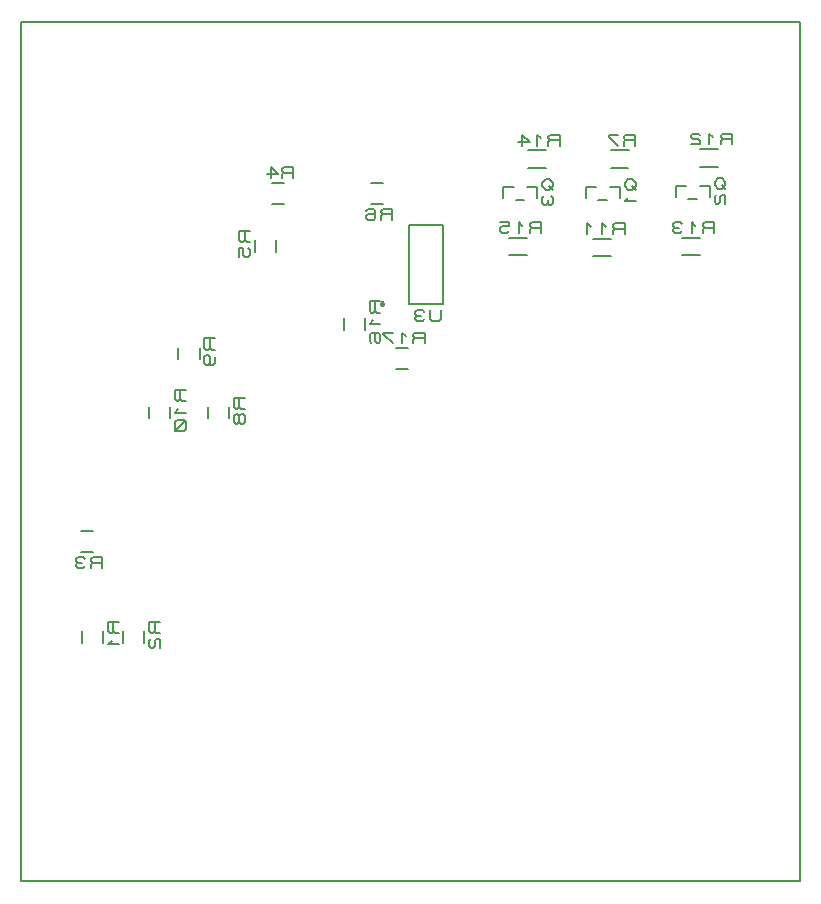
<source format=gbr>
G04 PROTEUS RS274X GERBER FILE*
%FSLAX45Y45*%
%MOMM*%
G01*
%ADD20C,0.203200*%
%ADD28C,0.200000*%
%ADD29C,0.250000*%
D20*
X+39941Y+39466D02*
X+6637261Y+39466D01*
X+6637261Y+7313126D01*
X+39941Y+7313126D01*
X+39941Y+39466D01*
D28*
X+2268601Y+5773126D02*
X+2168601Y+5773126D01*
X+2268601Y+5953126D02*
X+2168601Y+5953126D01*
D20*
X+2345601Y+5993606D02*
X+2345601Y+6085046D01*
X+2266226Y+6085046D01*
X+2250351Y+6069806D01*
X+2250351Y+6054566D01*
X+2266226Y+6039326D01*
X+2345601Y+6039326D01*
X+2266226Y+6039326D02*
X+2250351Y+6024086D01*
X+2250351Y+5993606D01*
X+2123351Y+6024086D02*
X+2218601Y+6024086D01*
X+2155101Y+6085046D01*
X+2155101Y+5993606D01*
D28*
X+2203601Y+5468126D02*
X+2203601Y+5368126D01*
X+2023601Y+5468126D02*
X+2023601Y+5368126D01*
D20*
X+1983121Y+5545126D02*
X+1891681Y+5545126D01*
X+1891681Y+5465751D01*
X+1906921Y+5449876D01*
X+1922161Y+5449876D01*
X+1937401Y+5465751D01*
X+1937401Y+5545126D01*
X+1937401Y+5465751D02*
X+1952641Y+5449876D01*
X+1983121Y+5449876D01*
X+1891681Y+5322876D02*
X+1891681Y+5402251D01*
X+1922161Y+5402251D01*
X+1922161Y+5338751D01*
X+1937401Y+5322876D01*
X+1967881Y+5322876D01*
X+1983121Y+5338751D01*
X+1983121Y+5386376D01*
X+1967881Y+5402251D01*
D28*
X+3008601Y+5953126D02*
X+3108601Y+5953126D01*
X+3008601Y+5773126D02*
X+3108601Y+5773126D01*
D20*
X+3185601Y+5641206D02*
X+3185601Y+5732646D01*
X+3106226Y+5732646D01*
X+3090351Y+5717406D01*
X+3090351Y+5702166D01*
X+3106226Y+5686926D01*
X+3185601Y+5686926D01*
X+3106226Y+5686926D02*
X+3090351Y+5671686D01*
X+3090351Y+5641206D01*
X+2963351Y+5717406D02*
X+2979226Y+5732646D01*
X+3026851Y+5732646D01*
X+3042726Y+5717406D01*
X+3042726Y+5656446D01*
X+3026851Y+5641206D01*
X+2979226Y+5641206D01*
X+2963351Y+5656446D01*
X+2963351Y+5671686D01*
X+2979226Y+5686926D01*
X+3042726Y+5686926D01*
D29*
X+3111101Y+4928126D02*
X+3111058Y+4929165D01*
X+3110706Y+4931244D01*
X+3109969Y+4933323D01*
X+3108765Y+4935402D01*
X+3106924Y+4937452D01*
X+3104845Y+4938955D01*
X+3102766Y+4939912D01*
X+3100687Y+4940451D01*
X+3098608Y+4940626D01*
X+3098601Y+4940626D01*
X+3086101Y+4928126D02*
X+3086144Y+4929165D01*
X+3086496Y+4931244D01*
X+3087233Y+4933323D01*
X+3088437Y+4935402D01*
X+3090278Y+4937452D01*
X+3092357Y+4938955D01*
X+3094436Y+4939912D01*
X+3096515Y+4940451D01*
X+3098594Y+4940626D01*
X+3098601Y+4940626D01*
X+3086101Y+4928126D02*
X+3086144Y+4927087D01*
X+3086496Y+4925008D01*
X+3087233Y+4922929D01*
X+3088437Y+4920850D01*
X+3090278Y+4918800D01*
X+3092357Y+4917297D01*
X+3094436Y+4916340D01*
X+3096515Y+4915801D01*
X+3098594Y+4915626D01*
X+3098601Y+4915626D01*
X+3111101Y+4928126D02*
X+3111058Y+4927087D01*
X+3110706Y+4925008D01*
X+3109969Y+4922929D01*
X+3108765Y+4920850D01*
X+3106924Y+4918800D01*
X+3104845Y+4917297D01*
X+3102766Y+4916340D01*
X+3100687Y+4915801D01*
X+3098608Y+4915626D01*
X+3098601Y+4915626D01*
D28*
X+3328601Y+5598126D02*
X+3618601Y+5598126D01*
X+3618601Y+4928126D01*
X+3328601Y+4928126D01*
X+3328601Y+5598126D01*
D20*
X+3600601Y+4872646D02*
X+3600601Y+4796446D01*
X+3584726Y+4781206D01*
X+3521226Y+4781206D01*
X+3505351Y+4796446D01*
X+3505351Y+4872646D01*
X+3457726Y+4857406D02*
X+3441851Y+4872646D01*
X+3394226Y+4872646D01*
X+3378351Y+4857406D01*
X+3378351Y+4842166D01*
X+3394226Y+4826926D01*
X+3378351Y+4811686D01*
X+3378351Y+4796446D01*
X+3394226Y+4781206D01*
X+3441851Y+4781206D01*
X+3457726Y+4796446D01*
X+3425976Y+4826926D02*
X+3394226Y+4826926D01*
D28*
X+2773601Y+4708126D02*
X+2773601Y+4808126D01*
X+2953601Y+4708126D02*
X+2953601Y+4808126D01*
D20*
X+3085521Y+4948626D02*
X+2994081Y+4948626D01*
X+2994081Y+4869251D01*
X+3009321Y+4853376D01*
X+3024561Y+4853376D01*
X+3039801Y+4869251D01*
X+3039801Y+4948626D01*
X+3039801Y+4869251D02*
X+3055041Y+4853376D01*
X+3085521Y+4853376D01*
X+3024561Y+4789876D02*
X+2994081Y+4758126D01*
X+3085521Y+4758126D01*
X+3009321Y+4599376D02*
X+2994081Y+4615251D01*
X+2994081Y+4662876D01*
X+3009321Y+4678751D01*
X+3070281Y+4678751D01*
X+3085521Y+4662876D01*
X+3085521Y+4615251D01*
X+3070281Y+4599376D01*
X+3055041Y+4599376D01*
X+3039801Y+4615251D01*
X+3039801Y+4678751D01*
D28*
X+3318601Y+4373126D02*
X+3218601Y+4373126D01*
X+3318601Y+4553126D02*
X+3218601Y+4553126D01*
D20*
X+3459101Y+4593606D02*
X+3459101Y+4685046D01*
X+3379726Y+4685046D01*
X+3363851Y+4669806D01*
X+3363851Y+4654566D01*
X+3379726Y+4639326D01*
X+3459101Y+4639326D01*
X+3379726Y+4639326D02*
X+3363851Y+4624086D01*
X+3363851Y+4593606D01*
X+3300351Y+4654566D02*
X+3268601Y+4685046D01*
X+3268601Y+4593606D01*
X+3189226Y+4685046D02*
X+3109851Y+4685046D01*
X+3109851Y+4669806D01*
X+3189226Y+4593606D01*
X+4824841Y+5918066D02*
X+4913741Y+5918066D01*
X+4931521Y+5806306D02*
X+5002641Y+5806306D01*
X+4824841Y+5918066D02*
X+4824841Y+5826626D01*
X+5114401Y+5824086D02*
X+5114401Y+5918066D01*
X+5028041Y+5918066D01*
X+5185521Y+5985376D02*
X+5155041Y+5953626D01*
X+5155041Y+5921876D01*
X+5185521Y+5890126D01*
X+5216001Y+5890126D01*
X+5246481Y+5921876D01*
X+5246481Y+5953626D01*
X+5216001Y+5985376D01*
X+5185521Y+5985376D01*
X+5216001Y+5921876D02*
X+5246481Y+5890126D01*
X+5185521Y+5826626D02*
X+5155041Y+5794876D01*
X+5246481Y+5794876D01*
X+5185801Y+6227286D02*
X+5033401Y+6227286D01*
X+5183261Y+6079966D02*
X+5033401Y+6079966D01*
X+5239141Y+6267926D02*
X+5239141Y+6359366D01*
X+5159766Y+6359366D01*
X+5143891Y+6344126D01*
X+5143891Y+6328886D01*
X+5159766Y+6313646D01*
X+5239141Y+6313646D01*
X+5159766Y+6313646D02*
X+5143891Y+6298406D01*
X+5143891Y+6267926D01*
X+5096266Y+6359366D02*
X+5016891Y+6359366D01*
X+5016891Y+6344126D01*
X+5096266Y+6267926D01*
X+5035801Y+5477286D02*
X+4883401Y+5477286D01*
X+5033261Y+5329966D02*
X+4883401Y+5329966D01*
X+5152641Y+5517926D02*
X+5152641Y+5609366D01*
X+5073266Y+5609366D01*
X+5057391Y+5594126D01*
X+5057391Y+5578886D01*
X+5073266Y+5563646D01*
X+5152641Y+5563646D01*
X+5073266Y+5563646D02*
X+5057391Y+5548406D01*
X+5057391Y+5517926D01*
X+4993891Y+5578886D02*
X+4962141Y+5609366D01*
X+4962141Y+5517926D01*
X+4866891Y+5578886D02*
X+4835141Y+5609366D01*
X+4835141Y+5517926D01*
X+5583781Y+5927566D02*
X+5672681Y+5927566D01*
X+5690461Y+5815806D02*
X+5761581Y+5815806D01*
X+5583781Y+5927566D02*
X+5583781Y+5836126D01*
X+5873341Y+5833586D02*
X+5873341Y+5927566D01*
X+5786981Y+5927566D01*
X+5944461Y+5994876D02*
X+5913981Y+5963126D01*
X+5913981Y+5931376D01*
X+5944461Y+5899626D01*
X+5974941Y+5899626D01*
X+6005421Y+5931376D01*
X+6005421Y+5963126D01*
X+5974941Y+5994876D01*
X+5944461Y+5994876D01*
X+5974941Y+5931376D02*
X+6005421Y+5899626D01*
X+5929221Y+5852001D02*
X+5913981Y+5836126D01*
X+5913981Y+5788501D01*
X+5929221Y+5772626D01*
X+5944461Y+5772626D01*
X+5959701Y+5788501D01*
X+5959701Y+5836126D01*
X+5974941Y+5852001D01*
X+6005421Y+5852001D01*
X+6005421Y+5772626D01*
X+5944741Y+6236786D02*
X+5792341Y+6236786D01*
X+5942201Y+6089466D02*
X+5792341Y+6089466D01*
X+6061581Y+6277426D02*
X+6061581Y+6368866D01*
X+5982206Y+6368866D01*
X+5966331Y+6353626D01*
X+5966331Y+6338386D01*
X+5982206Y+6323146D01*
X+6061581Y+6323146D01*
X+5982206Y+6323146D02*
X+5966331Y+6307906D01*
X+5966331Y+6277426D01*
X+5902831Y+6338386D02*
X+5871081Y+6368866D01*
X+5871081Y+6277426D01*
X+5791706Y+6353626D02*
X+5775831Y+6368866D01*
X+5728206Y+6368866D01*
X+5712331Y+6353626D01*
X+5712331Y+6338386D01*
X+5728206Y+6323146D01*
X+5775831Y+6323146D01*
X+5791706Y+6307906D01*
X+5791706Y+6277426D01*
X+5712331Y+6277426D01*
X+5794741Y+5486786D02*
X+5642341Y+5486786D01*
X+5792201Y+5339466D02*
X+5642341Y+5339466D01*
X+5911581Y+5527426D02*
X+5911581Y+5618866D01*
X+5832206Y+5618866D01*
X+5816331Y+5603626D01*
X+5816331Y+5588386D01*
X+5832206Y+5573146D01*
X+5911581Y+5573146D01*
X+5832206Y+5573146D02*
X+5816331Y+5557906D01*
X+5816331Y+5527426D01*
X+5752831Y+5588386D02*
X+5721081Y+5618866D01*
X+5721081Y+5527426D01*
X+5641706Y+5603626D02*
X+5625831Y+5618866D01*
X+5578206Y+5618866D01*
X+5562331Y+5603626D01*
X+5562331Y+5588386D01*
X+5578206Y+5573146D01*
X+5562331Y+5557906D01*
X+5562331Y+5542666D01*
X+5578206Y+5527426D01*
X+5625831Y+5527426D01*
X+5641706Y+5542666D01*
X+5609956Y+5573146D02*
X+5578206Y+5573146D01*
X+4124841Y+5918066D02*
X+4213741Y+5918066D01*
X+4231521Y+5806306D02*
X+4302641Y+5806306D01*
X+4124841Y+5918066D02*
X+4124841Y+5826626D01*
X+4414401Y+5824086D02*
X+4414401Y+5918066D01*
X+4328041Y+5918066D01*
X+4485521Y+5985376D02*
X+4455041Y+5953626D01*
X+4455041Y+5921876D01*
X+4485521Y+5890126D01*
X+4516001Y+5890126D01*
X+4546481Y+5921876D01*
X+4546481Y+5953626D01*
X+4516001Y+5985376D01*
X+4485521Y+5985376D01*
X+4516001Y+5921876D02*
X+4546481Y+5890126D01*
X+4470281Y+5842501D02*
X+4455041Y+5826626D01*
X+4455041Y+5779001D01*
X+4470281Y+5763126D01*
X+4485521Y+5763126D01*
X+4500761Y+5779001D01*
X+4516001Y+5763126D01*
X+4531241Y+5763126D01*
X+4546481Y+5779001D01*
X+4546481Y+5826626D01*
X+4531241Y+5842501D01*
X+4500761Y+5810751D02*
X+4500761Y+5779001D01*
X+4485801Y+6227286D02*
X+4333401Y+6227286D01*
X+4483261Y+6079966D02*
X+4333401Y+6079966D01*
X+4602641Y+6267926D02*
X+4602641Y+6359366D01*
X+4523266Y+6359366D01*
X+4507391Y+6344126D01*
X+4507391Y+6328886D01*
X+4523266Y+6313646D01*
X+4602641Y+6313646D01*
X+4523266Y+6313646D02*
X+4507391Y+6298406D01*
X+4507391Y+6267926D01*
X+4443891Y+6328886D02*
X+4412141Y+6359366D01*
X+4412141Y+6267926D01*
X+4253391Y+6298406D02*
X+4348641Y+6298406D01*
X+4285141Y+6359366D01*
X+4285141Y+6267926D01*
X+4329781Y+5486786D02*
X+4177381Y+5486786D01*
X+4327241Y+5339466D02*
X+4177381Y+5339466D01*
X+4446621Y+5527426D02*
X+4446621Y+5618866D01*
X+4367246Y+5618866D01*
X+4351371Y+5603626D01*
X+4351371Y+5588386D01*
X+4367246Y+5573146D01*
X+4446621Y+5573146D01*
X+4367246Y+5573146D02*
X+4351371Y+5557906D01*
X+4351371Y+5527426D01*
X+4287871Y+5588386D02*
X+4256121Y+5618866D01*
X+4256121Y+5527426D01*
X+4097371Y+5618866D02*
X+4176746Y+5618866D01*
X+4176746Y+5588386D01*
X+4113246Y+5588386D01*
X+4097371Y+5573146D01*
X+4097371Y+5542666D01*
X+4113246Y+5527426D01*
X+4160871Y+5527426D01*
X+4176746Y+5542666D01*
D28*
X+1623601Y+3958126D02*
X+1623601Y+4058126D01*
X+1803601Y+3958126D02*
X+1803601Y+4058126D01*
D20*
X+1935521Y+4135126D02*
X+1844081Y+4135126D01*
X+1844081Y+4055751D01*
X+1859321Y+4039876D01*
X+1874561Y+4039876D01*
X+1889801Y+4055751D01*
X+1889801Y+4135126D01*
X+1889801Y+4055751D02*
X+1905041Y+4039876D01*
X+1935521Y+4039876D01*
X+1889801Y+3976376D02*
X+1874561Y+3992251D01*
X+1859321Y+3992251D01*
X+1844081Y+3976376D01*
X+1844081Y+3928751D01*
X+1859321Y+3912876D01*
X+1874561Y+3912876D01*
X+1889801Y+3928751D01*
X+1889801Y+3976376D01*
X+1905041Y+3992251D01*
X+1920281Y+3992251D01*
X+1935521Y+3976376D01*
X+1935521Y+3928751D01*
X+1920281Y+3912876D01*
X+1905041Y+3912876D01*
X+1889801Y+3928751D01*
D28*
X+1373601Y+4458126D02*
X+1373601Y+4558126D01*
X+1553601Y+4458126D02*
X+1553601Y+4558126D01*
D20*
X+1685521Y+4635126D02*
X+1594081Y+4635126D01*
X+1594081Y+4555751D01*
X+1609321Y+4539876D01*
X+1624561Y+4539876D01*
X+1639801Y+4555751D01*
X+1639801Y+4635126D01*
X+1639801Y+4555751D02*
X+1655041Y+4539876D01*
X+1685521Y+4539876D01*
X+1624561Y+4412876D02*
X+1639801Y+4428751D01*
X+1639801Y+4476376D01*
X+1624561Y+4492251D01*
X+1609321Y+4492251D01*
X+1594081Y+4476376D01*
X+1594081Y+4428751D01*
X+1609321Y+4412876D01*
X+1670281Y+4412876D01*
X+1685521Y+4428751D01*
X+1685521Y+4476376D01*
D28*
X+1123601Y+3958126D02*
X+1123601Y+4058126D01*
X+1303601Y+3958126D02*
X+1303601Y+4058126D01*
D20*
X+1435521Y+4198626D02*
X+1344081Y+4198626D01*
X+1344081Y+4119251D01*
X+1359321Y+4103376D01*
X+1374561Y+4103376D01*
X+1389801Y+4119251D01*
X+1389801Y+4198626D01*
X+1389801Y+4119251D02*
X+1405041Y+4103376D01*
X+1435521Y+4103376D01*
X+1374561Y+4039876D02*
X+1344081Y+4008126D01*
X+1435521Y+4008126D01*
X+1420281Y+3944626D02*
X+1359321Y+3944626D01*
X+1344081Y+3928751D01*
X+1344081Y+3865251D01*
X+1359321Y+3849376D01*
X+1420281Y+3849376D01*
X+1435521Y+3865251D01*
X+1435521Y+3928751D01*
X+1420281Y+3944626D01*
X+1435521Y+3944626D02*
X+1344081Y+3849376D01*
D28*
X+552601Y+3003126D02*
X+652601Y+3003126D01*
X+552601Y+2823126D02*
X+652601Y+2823126D01*
D20*
X+729601Y+2691206D02*
X+729601Y+2782646D01*
X+650226Y+2782646D01*
X+634351Y+2767406D01*
X+634351Y+2752166D01*
X+650226Y+2736926D01*
X+729601Y+2736926D01*
X+650226Y+2736926D02*
X+634351Y+2721686D01*
X+634351Y+2691206D01*
X+586726Y+2767406D02*
X+570851Y+2782646D01*
X+523226Y+2782646D01*
X+507351Y+2767406D01*
X+507351Y+2752166D01*
X+523226Y+2736926D01*
X+507351Y+2721686D01*
X+507351Y+2706446D01*
X+523226Y+2691206D01*
X+570851Y+2691206D01*
X+586726Y+2706446D01*
X+554976Y+2736926D02*
X+523226Y+2736926D01*
D28*
X+557601Y+2058126D02*
X+557601Y+2158126D01*
X+737601Y+2058126D02*
X+737601Y+2158126D01*
D20*
X+869521Y+2235126D02*
X+778081Y+2235126D01*
X+778081Y+2155751D01*
X+793321Y+2139876D01*
X+808561Y+2139876D01*
X+823801Y+2155751D01*
X+823801Y+2235126D01*
X+823801Y+2155751D02*
X+839041Y+2139876D01*
X+869521Y+2139876D01*
X+808561Y+2076376D02*
X+778081Y+2044626D01*
X+869521Y+2044626D01*
D28*
X+907601Y+2058126D02*
X+907601Y+2158126D01*
X+1087601Y+2058126D02*
X+1087601Y+2158126D01*
D20*
X+1219521Y+2235126D02*
X+1128081Y+2235126D01*
X+1128081Y+2155751D01*
X+1143321Y+2139876D01*
X+1158561Y+2139876D01*
X+1173801Y+2155751D01*
X+1173801Y+2235126D01*
X+1173801Y+2155751D02*
X+1189041Y+2139876D01*
X+1219521Y+2139876D01*
X+1143321Y+2092251D02*
X+1128081Y+2076376D01*
X+1128081Y+2028751D01*
X+1143321Y+2012876D01*
X+1158561Y+2012876D01*
X+1173801Y+2028751D01*
X+1173801Y+2076376D01*
X+1189041Y+2092251D01*
X+1219521Y+2092251D01*
X+1219521Y+2012876D01*
M02*

</source>
